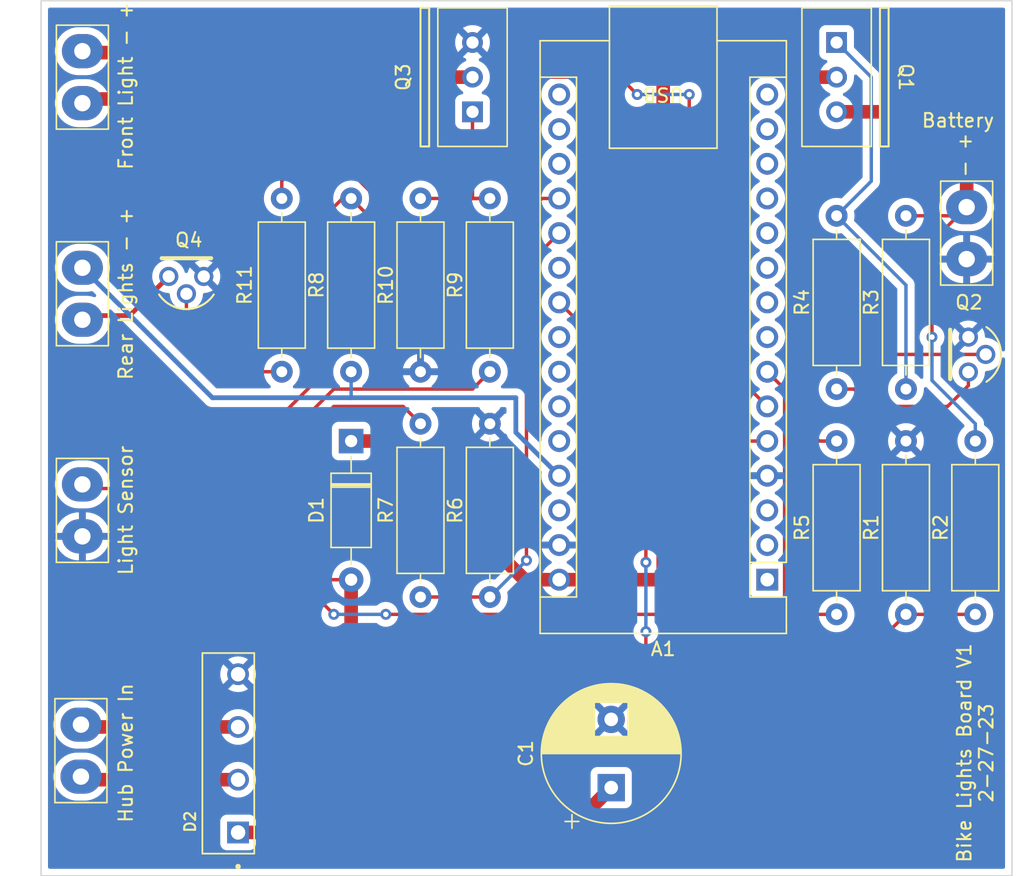
<source format=kicad_pcb>
(kicad_pcb (version 20211014) (generator pcbnew)
  (layers (0 "F.Cu" signal) (31 "B.Cu" signal) (34 "B.Paste" user) (35 "F.Paste" user) (36 "B.SilkS" user "B.Silkscreen") (37 "F.SilkS" user "F.Silkscreen") (38 "B.Mask" user) (39 "F.Mask" user) (44 "Edge.Cuts" user))
  (net 0 "")
  (net 4 "GND")
  (net 5 "Net-(A1-Pad5)")
  (net 6 "Net-(A1-Pad6)")
  (net 7 "Net-(A1-Pad7)")
  (net 19 "Net-(A1-Pad19)")
  (net 20 "Net-(A1-Pad20)")
  (net 22 "Net-(A1-Pad22)")
  (net 27 "Net-(A1-Pad27)")
  (net 29 "Net-(A1-Pad30)")
  (net 30 "Net-(C1-Pad1)")
  (net 31 "Net-(D2-Pad2)")
  (net 32 "Net-(D2-Pad3)")
  (net 33 "Net-(J1-Pad1)")
  (net 34 "Net-(J3-Pad2)")
  (net 35 "Net-(J4-Pad2)")
  (net 36 "Net-(Q1-Pad2)")
  (net 37 "Net-(Q2-Pad2)")
  (net 38 "Net-(Q2-Pad3)")
  (net 39 "Net-(Q3-Pad2)")
  (net 40 "Net-(Q4-Pad2)")
  (footprint "Resistor_THT:R_Axial_DIN0309_L9.0mm_D3.2mm_P12.70mm_Horizontal" (layer "F.Cu") (at 113.03 99.06 90)
    (fp_text reference "R8" (at 6.35 -2.54 90) (layer "F.SilkS"))
    (fp_text value "R")
    (pad "1" thru_hole circle (at 0 0 90) (size 1.6 1.6) (drill 0.8) (layers *.Cu *.Mask) (net 27 "Net-(A1-Pad27)"))
    (pad "2" thru_hole oval (at 12.7 0 90) (size 1.6 1.6) (drill 0.8) (layers *.Cu *.Mask) (net 19 "Net-(A1-Pad19)"))
  )
  (footprint "Resistor_THT:R_Axial_DIN0309_L9.0mm_D3.2mm_P12.70mm_Horizontal" (layer "F.Cu") (at 158.75 116.84 90)
    (fp_text reference "R2" (at 6.35 -2.54 90) (layer "F.SilkS"))
    (fp_text value "1k")
    (pad "1" thru_hole circle (at 0 0 90) (size 1.6 1.6) (drill 0.8) (layers *.Cu *.Mask) (net 22 "Net-(A1-Pad22)"))
    (pad "2" thru_hole oval (at 12.7 0 90) (size 1.6 1.6) (drill 0.8) (layers *.Cu *.Mask) (net 33 "Net-(J1-Pad1)"))
  )
  (footprint "Resistor_THT:R_Axial_DIN0309_L9.0mm_D3.2mm_P12.70mm_Horizontal" (layer "F.Cu") (at 123.19 99.06 90)
    (fp_text reference "R9" (at 6.35 -2.54 90) (layer "F.SilkS"))
    (fp_text value "5k")
    (pad "1" thru_hole circle (at 0 0 90) (size 1.6 1.6) (drill 0.8) (layers *.Cu *.Mask) (net 5 "Net-(A1-Pad5)"))
    (pad "2" thru_hole oval (at 12.7 0 90) (size 1.6 1.6) (drill 0.8) (layers *.Cu *.Mask) (net 39 "Net-(Q3-Pad2)"))
  )
  (footprint "Resistor_THT:R_Axial_DIN0309_L9.0mm_D3.2mm_P12.70mm_Horizontal" (layer "F.Cu") (at 107.95 99.06 90)
    (fp_text reference "R11" (at 6.35 -2.72 90) (layer "F.SilkS"))
    (fp_text value "1k")
    (pad "1" thru_hole circle (at 0 0 90) (size 1.6 1.6) (drill 0.8) (layers *.Cu *.Mask) (net 40 "Net-(Q4-Pad2)"))
    (pad "2" thru_hole oval (at 12.7 0 90) (size 1.6 1.6) (drill 0.8) (layers *.Cu *.Mask) (net 6 "Net-(A1-Pad6)"))
  )
  (footprint "Resistor_THT:R_Axial_DIN0309_L9.0mm_D3.2mm_P12.70mm_Horizontal" (layer "F.Cu") (at 153.67 104.14 -90)
    (fp_text reference "R1" (at 6.35 2.54 90) (layer "F.SilkS"))
    (fp_text value "100k")
    (pad "1" thru_hole circle (at 0 0 270) (size 1.6 1.6) (drill 0.8) (layers *.Cu *.Mask) (net 4 "GND"))
    (pad "2" thru_hole oval (at 12.7 0 270) (size 1.6 1.6) (drill 0.8) (layers *.Cu *.Mask) (net 22 "Net-(A1-Pad22)"))
  )
  (footprint "solder_pads:solder_holes_medium" (layer "F.Cu") (at 93.345 93.345 -90)
    (fp_text reference "J4" hide)
    (fp_text value "Rear Lights - +" (at 0 -3.175 90 unlocked) (layer "F.SilkS"))
    (pad "1" thru_hole oval (at -1.905 0 270) (size 2.5 3) (drill 1.2) (layers *.Cu *.Mask) (net 27 "Net-(A1-Pad27)"))
    (pad "2" thru_hole oval (at 1.905 0 270) (size 2.5 3) (drill 1.2) (layers *.Cu *.Mask) (net 35 "Net-(J4-Pad2)"))
  )
  (footprint "Diode_THT:D_A-405_P10.16mm_Horizontal" (layer "F.Cu") (at 113.03 104.14 -90)
    (fp_text reference "D1" (at 5.08 2.54 90) (layer "F.SilkS"))
    (fp_text value "DIODE")
    (pad "1" thru_hole rect (at 0 0 270) (size 1.8 1.8) (drill 0.9) (layers *.Cu *.Mask) (net 29 "Net-(A1-Pad30)"))
    (pad "2" thru_hole oval (at 10.16 0 270) (size 1.8 1.8) (drill 0.9) (layers *.Cu *.Mask) (net 30 "Net-(C1-Pad1)"))
  )
  (footprint "solder_pads:solder_holes_medium" (layer "F.Cu") (at 93.345 77.47 -90)
    (fp_text reference "J3" hide)
    (fp_text value "Front Light - +" (at 0.635 -3.175 90 unlocked) (layer "F.SilkS"))
    (pad "1" thru_hole oval (at -1.905 0 270) (size 2.5 3) (drill 1.2) (layers *.Cu *.Mask) (net 29 "Net-(A1-Pad30)"))
    (pad "2" thru_hole oval (at 1.905 0 270) (size 2.5 3) (drill 1.2) (layers *.Cu *.Mask) (net 34 "Net-(J3-Pad2)"))
  )
  (footprint "Resistor_THT:R_Axial_DIN0309_L9.0mm_D3.2mm_P12.70mm_Horizontal" (layer "F.Cu") (at 118.11 86.36 -90)
    (fp_text reference "R10" (at 6.35 2.54 90) (layer "F.SilkS"))
    (fp_text value "50k")
    (pad "1" thru_hole circle (at 0 0 270) (size 1.6 1.6) (drill 0.8) (layers *.Cu *.Mask) (net 39 "Net-(Q3-Pad2)"))
    (pad "2" thru_hole oval (at 12.7 0 270) (size 1.6 1.6) (drill 0.8) (layers *.Cu *.Mask) (net 4 "GND"))
  )
  (footprint "Capacitor_THT:CP_Radial_D10.0mm_P5.00mm" (layer "F.Cu") (at 132.08 129.54 90)
    (fp_text reference "C1" (at 2.5 -6.25 90) (layer "F.SilkS"))
    (fp_text value "1000uf 25v")
    (pad "1" thru_hole rect (at 0 0 90) (size 2 2) (drill 1) (layers *.Cu *.Mask) (net 30 "Net-(C1-Pad1)"))
    (pad "2" thru_hole circle (at 5 0 90) (size 2 2) (drill 1) (layers *.Cu *.Mask) (net 4 "GND"))
  )
  (footprint "mosfets:mosfet_p_type_RFP30N6LE" (layer "F.Cu") (at 148.59 77.47 -90)
    (fp_text reference "Q1" (at 0 -5.08 -90 unlocked) (layer "F.SilkS"))
    (fp_text value "IRF9540N")
    (pad "1" thru_hole circle (at 0 0 270) (size 1.524 1.524) (drill 0.9) (layers *.Cu *.Mask) (net 29 "Net-(A1-Pad30)"))
    (pad "2" thru_hole rect (at -2.54 0 270) (size 1.524 1.524) (drill 0.9) (layers *.Cu *.Mask) (net 36 "Net-(Q1-Pad2)"))
    (pad "3" thru_hole circle (at 2.54 0 270) (size 1.524 1.524) (drill 0.9) (layers *.Cu *.Mask) (net 33 "Net-(J1-Pad1)"))
  )
  (footprint "eec:ON_Semi-CASE_2911-0-0-0" (layer "F.Cu") (at 158.75 97.79 180)
    (fp_text reference "Q2" (at -0.635 3.81) (layer "F.SilkS") (effects (justify right)))
    (fp_text value "P2N2222A" hide)
    (pad "1" thru_hole circle locked (at 0.5075 1.27 180) (size 1.4 1.4) (drill 0.9) (layers *.Cu) (net 4 "GND"))
    (pad "2" thru_hole circle locked (at -0.7625 0 180) (size 1.4 1.4) (drill 0.9) (layers *.Cu) (net 37 "Net-(Q2-Pad2)"))
    (pad "3" thru_hole circle locked (at 0.5075 -1.295 180) (size 1.4 1.4) (drill 0.9) (layers *.Cu) (net 38 "Net-(Q2-Pad3)"))
  )
  (footprint "mosfets:mosfet_p_type_RFP30N6LE" (layer "F.Cu") (at 121.92 77.47 90)
    (fp_text reference "Q3" (at 0 -5.08 90 unlocked) (layer "F.SilkS"))
    (fp_text value "RFP30N06LE")
    (pad "1" thru_hole circle (at 0 0 90) (size 1.524 1.524) (drill 0.9) (layers *.Cu *.Mask) (net 34 "Net-(J3-Pad2)"))
    (pad "2" thru_hole rect (at -2.54 0 90) (size 1.524 1.524) (drill 0.9) (layers *.Cu *.Mask) (net 39 "Net-(Q3-Pad2)"))
    (pad "3" thru_hole circle (at 2.54 0 90) (size 1.524 1.524) (drill 0.9) (layers *.Cu *.Mask) (net 4 "GND"))
  )
  (footprint "Resistor_THT:R_Axial_DIN0309_L9.0mm_D3.2mm_P12.70mm_Horizontal" (layer "F.Cu") (at 118.11 115.57 90)
    (fp_text reference "R7" (at 6.35 -2.54 90) (layer "F.SilkS"))
    (fp_text value "1k")
    (pad "1" thru_hole circle (at 0 0 90) (size 1.6 1.6) (drill 0.8) (layers *.Cu *.Mask) (net 20 "Net-(A1-Pad20)"))
    (pad "2" thru_hole oval (at 12.7 0 90) (size 1.6 1.6) (drill 0.8) (layers *.Cu *.Mask) (net 30 "Net-(C1-Pad1)"))
  )
  (footprint "solder_pads:solder_holes_medium" (layer "F.Cu") (at 158.115 88.9 -90)
    (fp_text reference "J1" hide)
    (fp_text value "Battery" (at -8.255 0.635 unlocked) (layer "F.SilkS"))
    (pad "1" thru_hole oval (at -1.905 0 270) (size 2.5 3) (drill 1.2) (layers *.Cu *.Mask) (net 33 "Net-(J1-Pad1)"))
    (pad "2" thru_hole oval (at 1.905 0 270) (size 2.5 3) (drill 1.2) (layers *.Cu *.Mask) (net 4 "GND"))
  )
  (footprint "Resistor_THT:R_Axial_DIN0309_L9.0mm_D3.2mm_P12.70mm_Horizontal" (layer "F.Cu") (at 123.19 102.87 -90)
    (fp_text reference "R6" (at 6.35 2.54 90) (layer "F.SilkS"))
    (fp_text value "100k")
    (pad "1" thru_hole circle (at 0 0 270) (size 1.6 1.6) (drill 0.8) (layers *.Cu *.Mask) (net 4 "GND"))
    (pad "2" thru_hole oval (at 12.7 0 270) (size 1.6 1.6) (drill 0.8) (layers *.Cu *.Mask) (net 20 "Net-(A1-Pad20)"))
  )
  (footprint "solder_pads:solder_holes_medium" (layer "F.Cu") (at 93.345 109.22 -90)
    (fp_text reference "J2" hide)
    (fp_text value "Light Sensor" (at 0 -3.175 90 unlocked) (layer "F.SilkS"))
    (pad "1" thru_hole oval (at -1.905 0 270) (size 2.5 3) (drill 1.2) (layers *.Cu *.Mask) (net 19 "Net-(A1-Pad19)"))
    (pad "2" thru_hole oval (at 1.905 0 270) (size 2.5 3) (drill 1.2) (layers *.Cu *.Mask) (net 4 "GND"))
  )
  (footprint "Resistor_THT:R_Axial_DIN0309_L9.0mm_D3.2mm_P12.70mm_Horizontal" (layer "F.Cu") (at 148.59 87.63 -90)
    (fp_text reference "R4" (at 6.35 2.54 90) (layer "F.SilkS"))
    (fp_text value "10k")
    (pad "1" thru_hole circle (at 0 0 270) (size 1.6 1.6) (drill 0.8) (layers *.Cu *.Mask) (net 36 "Net-(Q1-Pad2)"))
    (pad "2" thru_hole oval (at 12.7 0 270) (size 1.6 1.6) (drill 0.8) (layers *.Cu *.Mask) (net 38 "Net-(Q2-Pad3)"))
  )
  (footprint "KBC206:SIP380W81P386L1470H1270Q4" (layer "F.Cu") (at 104.74825 132.825 90)
    (fp_text reference "D2" (at 0.79 -3.508 90) (layer "F.SilkS") (effects (font (size 0.8 0.8))))
    (fp_text value "KBP206")
    (pad "1" thru_hole rect (at 0 0 90) (size 1.59 1.59) (drill 1.06) (layers *.Cu *.Mask) (net 30 "Net-(C1-Pad1)"))
    (pad "2" thru_hole circle (at 3.865 0 90) (size 1.59 1.59) (drill 1.06) (layers *.Cu *.Mask) (net 31 "Net-(D2-Pad2)"))
    (pad "3" thru_hole circle (at 7.73 0 90) (size 1.59 1.59) (drill 1.06) (layers *.Cu *.Mask) (net 32 "Net-(D2-Pad3)"))
    (pad "4" thru_hole circle (at 11.595 0 90) (size 1.59 1.59) (drill 1.06) (layers *.Cu *.Mask) (net 4 "GND"))
  )
  (footprint "Module:Arduino_Nano" (layer "F.Cu") (at 143.51 114.3 180)
    (fp_text reference "A1" (at 7.62 -5.08) (layer "F.SilkS"))
    (fp_text value "Arduino_Nano_Every")
    (fp_text user "USB" (at 7.62 35.56 180 unlocked) (layer "F.SilkS"))
    (pad "1" thru_hole rect (at 0 0 180) (size 1.6 1.6) (drill 1) (layers *.Cu *.Mask))
    (pad "2" thru_hole oval (at 0 2.54 180) (size 1.6 1.6) (drill 1) (layers *.Cu *.Mask))
    (pad "3" thru_hole oval (at 0 5.08 180) (size 1.6 1.6) (drill 1) (layers *.Cu *.Mask))
    (pad "4" thru_hole oval (at 0 7.62 180) (size 1.6 1.6) (drill 1) (layers *.Cu *.Mask) (net 4 "GND"))
    (pad "5" thru_hole oval (at 0 10.16 180) (size 1.6 1.6) (drill 1) (layers *.Cu *.Mask) (net 5 "Net-(A1-Pad5)"))
    (pad "6" thru_hole oval (at 0 12.7 180) (size 1.6 1.6) (drill 1) (layers *.Cu *.Mask) (net 6 "Net-(A1-Pad6)"))
    (pad "7" thru_hole oval (at 0 15.24 180) (size 1.6 1.6) (drill 1) (layers *.Cu *.Mask) (net 7 "Net-(A1-Pad7)"))
    (pad "8" thru_hole oval (at 0 17.78 180) (size 1.6 1.6) (drill 1) (layers *.Cu *.Mask))
    (pad "9" thru_hole oval (at 0 20.32 180) (size 1.6 1.6) (drill 1) (layers *.Cu *.Mask))
    (pad "10" thru_hole oval (at 0 22.86 180) (size 1.6 1.6) (drill 1) (layers *.Cu *.Mask))
    (pad "11" thru_hole oval (at 0 25.4 180) (size 1.6 1.6) (drill 1) (layers *.Cu *.Mask))
    (pad "12" thru_hole oval (at 0 27.94 180) (size 1.6 1.6) (drill 1) (layers *.Cu *.Mask))
    (pad "13" thru_hole oval (at 0 30.48 180) (size 1.6 1.6) (drill 1) (layers *.Cu *.Mask))
    (pad "14" thru_hole oval (at 0 33.02 180) (size 1.6 1.6) (drill 1) (layers *.Cu *.Mask))
    (pad "15" thru_hole oval (at 0 35.56 180) (size 1.6 1.6) (drill 1) (layers *.Cu *.Mask))
    (pad "16" thru_hole oval (at 15.24 35.56 180) (size 1.6 1.6) (drill 1) (layers *.Cu *.Mask))
    (pad "17" thru_hole oval (at 15.24 33.02 180) (size 1.6 1.6) (drill 1) (layers *.Cu *.Mask))
    (pad "18" thru_hole oval (at 15.24 30.48 180) (size 1.6 1.6) (drill 1) (layers *.Cu *.Mask))
    (pad "19" thru_hole oval (at 15.24 27.94 180) (size 1.6 1.6) (drill 1) (layers *.Cu *.Mask) (net 19 "Net-(A1-Pad19)"))
    (pad "20" thru_hole oval (at 15.24 25.4 180) (size 1.6 1.6) (drill 1) (layers *.Cu *.Mask) (net 20 "Net-(A1-Pad20)"))
    (pad "21" thru_hole oval (at 15.24 22.86 180) (size 1.6 1.6) (drill 1) (layers *.Cu *.Mask))
    (pad "22" thru_hole oval (at 15.24 20.32 180) (size 1.6 1.6) (drill 1) (layers *.Cu *.Mask) (net 22 "Net-(A1-Pad22)"))
    (pad "23" thru_hole oval (at 15.24 17.78 180) (size 1.6 1.6) (drill 1) (layers *.Cu *.Mask))
    (pad "24" thru_hole oval (at 15.24 15.24 180) (size 1.6 1.6) (drill 1) (layers *.Cu *.Mask))
    (pad "25" thru_hole oval (at 15.24 12.7 180) (size 1.6 1.6) (drill 1) (layers *.Cu *.Mask))
    (pad "26" thru_hole oval (at 15.24 10.16 180) (size 1.6 1.6) (drill 1) (layers *.Cu *.Mask))
    (pad "27" thru_hole oval (at 15.24 7.62 180) (size 1.6 1.6) (drill 1) (layers *.Cu *.Mask) (net 27 "Net-(A1-Pad27)"))
    (pad "28" thru_hole oval (at 15.24 5.08 180) (size 1.6 1.6) (drill 1) (layers *.Cu *.Mask))
    (pad "29" thru_hole oval (at 15.24 2.54 180) (size 1.6 1.6) (drill 1) (layers *.Cu *.Mask) (net 4 "GND"))
    (pad "30" thru_hole oval (at 15.24 0 180) (size 1.6 1.6) (drill 1) (layers *.Cu *.Mask) (net 29 "Net-(A1-Pad30)"))
  )
  (footprint "eec:ON_Semi-CASE_2911-0-0-0" (layer "F.Cu") (at 100.965 92.5825 90)
    (fp_text reference "Q4" (at 3.175 1.27) (layer "F.SilkS") (effects (justify right)))
    (fp_text value "P2N2222A" hide)
    (pad "1" thru_hole circle locked (at 0.5075 1.27 90) (size 1.4 1.4) (drill 0.9) (layers *.Cu) (net 4 "GND"))
    (pad "2" thru_hole circle locked (at -0.7625 0 90) (size 1.4 1.4) (drill 0.9) (layers *.Cu) (net 40 "Net-(Q4-Pad2)"))
    (pad "3" thru_hole circle locked (at 0.5075 -1.295 90) (size 1.4 1.4) (drill 0.9) (layers *.Cu) (net 35 "Net-(J4-Pad2)"))
  )
  (footprint "solder_pads:solder_holes_medium" (layer "F.Cu") (at 93.23825 126.8285 -90)
    (fp_text reference "J5" hide)
    (fp_text value "Hub Power In" (at 0.1715 -3.28175 90 unlocked) (layer "F.SilkS"))
    (pad "1" thru_hole oval (at -1.905 0 270) (size 2.5 3) (drill 1.2) (layers *.Cu *.Mask) (net 32 "Net-(D2-Pad3)"))
    (pad "2" thru_hole oval (at 1.905 0 270) (size 2.5 3) (drill 1.2) (layers *.Cu *.Mask) (net 31 "Net-(D2-Pad2)"))
  )
  (footprint "Resistor_THT:R_Axial_DIN0309_L9.0mm_D3.2mm_P12.70mm_Horizontal" (layer "F.Cu") (at 148.59 104.14 -90)
    (fp_text reference "R5" (at 6.35 2.54 90) (layer "F.SilkS"))
    (fp_text value "1k")
    (pad "1" thru_hole circle (at 0 0 270) (size 1.6 1.6) (drill 0.8) (layers *.Cu *.Mask) (net 37 "Net-(Q2-Pad2)"))
    (pad "2" thru_hole oval (at 12.7 0 270) (size 1.6 1.6) (drill 0.8) (layers *.Cu *.Mask) (net 7 "Net-(A1-Pad7)"))
  )
  (footprint "Resistor_THT:R_Axial_DIN0309_L9.0mm_D3.2mm_P12.70mm_Horizontal" (layer "F.Cu") (at 153.67 87.63 -90)
    (fp_text reference "R3" (at 6.35 2.54 90) (layer "F.SilkS"))
    (fp_text value "50k")
    (pad "1" thru_hole circle (at 0 0 270) (size 1.6 1.6) (drill 0.8) (layers *.Cu *.Mask) (net 33 "Net-(J1-Pad1)"))
    (pad "2" thru_hole oval (at 12.7 0 270) (size 1.6 1.6) (drill 0.8) (layers *.Cu *.Mask) (net 36 "Net-(Q1-Pad2)"))
  )
  (gr_rect (start 118.745 72.39) (end 118.11 82.55) (layer "F.SilkS") (width 0.15) (fill none))
  (gr_rect (start 151.765 72.39) (end 152.4 82.55) (layer "F.SilkS") (width 0.15) (fill none))
  (gr_rect (start 90.318 71.865) (end 161.438 136) (layer "Edge.Cuts") (width 0.1) (fill none))
  (gr_text "+ -" (at 158.115 83.185 270) (layer "F.SilkS") (effects (font (size 1 1))))
  (gr_text "Bike Lights Board V1\n2-27-23" (at 158.75 127 90) (layer "F.SilkS") (effects (font (size 1 1))))
  (segment (start 143.51 104.14) (end 137.16 104.14) (width 0.25) (layer "F.Cu") (net 5))
  (segment (start 121.92 100.33) (end 123.19 99.06) (width 0.25) (layer "F.Cu") (net 5))
  (segment (start 111.76 100.33) (end 121.92 100.33) (width 0.25) (layer "F.Cu") (net 5))
  (segment (start 111.76 116.84) (end 109.22 114.3) (width 0.25) (layer "F.Cu") (net 5))
  (segment (start 109.22 102.87) (end 111.76 100.33) (width 0.25) (layer "F.Cu") (net 5))
  (segment (start 109.22 114.3) (end 109.22 102.87) (width 0.25) (layer "F.Cu") (net 5))
  (segment (start 137.16 104.14) (end 137.16 116.84) (width 0.25) (layer "F.Cu") (net 5))
  (segment (start 137.16 116.84) (end 115.57 116.84) (width 0.25) (layer "F.Cu") (net 5))
  (via (at 115.57 116.84) (size 0.8) (drill 0.4) (layers "F.Cu" "B.Cu") (net 5))
  (via (at 111.76 116.84) (size 0.8) (drill 0.4) (layers "F.Cu" "B.Cu") (net 5))
  (segment (start 115.57 116.84) (end 111.76 116.84) (width 0.25) (layer "B.Cu") (net 5))
  (segment (start 137.795 95.885) (end 137.795 78.74) (width 0.25) (layer "F.Cu") (net 6))
  (segment (start 107.95 85.09) (end 107.95 86.36) (width 0.25) (layer "F.Cu") (net 6))
  (segment (start 109.22 83.82) (end 107.95 85.09) (width 0.25) (layer "F.Cu") (net 6))
  (segment (start 125.095 86.995) (end 123.19 88.9) (width 0.25) (layer "F.Cu") (net 6))
  (segment (start 123.19 88.9) (end 117.475 88.9) (width 0.25) (layer "F.Cu") (net 6))
  (segment (start 133.985 78.74) (end 132.715 77.47) (width 0.25) (layer "F.Cu") (net 6))
  (segment (start 143.51 101.6) (end 137.795 95.885) (width 0.25) (layer "F.Cu") (net 6))
  (segment (start 125.73 77.47) (end 125.095 78.105) (width 0.25) (layer "F.Cu") (net 6))
  (segment (start 125.095 78.105) (end 125.095 86.995) (width 0.25) (layer "F.Cu") (net 6))
  (segment (start 117.475 88.9) (end 112.395 83.82) (width 0.25) (layer "F.Cu") (net 6))
  (segment (start 132.715 77.47) (end 125.73 77.47) (width 0.25) (layer "F.Cu") (net 6))
  (segment (start 112.395 83.82) (end 109.22 83.82) (width 0.25) (layer "F.Cu") (net 6))
  (via (at 133.985 78.74) (size 0.8) (drill 0.4) (layers "F.Cu" "B.Cu") (net 6))
  (via (at 137.795 78.74) (size 0.8) (drill 0.4) (layers "F.Cu" "B.Cu") (net 6))
  (segment (start 137.795 78.74) (end 133.985 78.74) (width 0.25) (layer "B.Cu") (net 6))
  (segment (start 144.78 100.33) (end 143.51 99.06) (width 0.25) (layer "F.Cu") (net 7))
  (segment (start 148.59 116.84) (end 146.05 116.84) (width 0.25) (layer "F.Cu") (net 7))
  (segment (start 144.78 115.57) (end 144.78 100.33) (width 0.25) (layer "F.Cu") (net 7))
  (segment (start 146.05 116.84) (end 144.78 115.57) (width 0.25) (layer "F.Cu") (net 7))
  (segment (start 112.395 86.36) (end 113.03 86.36) (width 0.25) (layer "F.Cu") (net 19))
  (segment (start 127 86.36) (end 123.19 90.17) (width 0.25) (layer "F.Cu") (net 19))
  (segment (start 111.76 98.425) (end 102.565 107.62) (width 0.25) (layer "F.Cu") (net 19))
  (segment (start 111.76 98.425) (end 111.76 86.995) (width 0.25) (layer "F.Cu") (net 19))
  (segment (start 116.84 90.17) (end 113.03 86.36) (width 0.25) (layer "F.Cu") (net 19))
  (segment (start 123.19 90.17) (end 116.84 90.17) (width 0.25) (layer "F.Cu") (net 19))
  (segment (start 127 86.36) (end 128.27 86.36) (width 0.25) (layer "F.Cu") (net 19))
  (segment (start 111.76 86.995) (end 112.395 86.36) (width 0.25) (layer "F.Cu") (net 19))
  (segment (start 102.565 107.62) (end 93.345 107.62) (width 0.25) (layer "F.Cu") (net 19))
  (segment (start 125.872464 91.297536) (end 128.27 88.9) (width 0.25) (layer "F.Cu") (net 20))
  (segment (start 118.11 115.57) (end 123.19 115.57) (width 0.25) (layer "F.Cu") (net 20))
  (segment (start 125.872464 112.887536) (end 125.872464 91.297536) (width 0.25) (layer "F.Cu") (net 20))
  (via (at 125.872464 112.887536) (size 0.8) (drill 0.4) (layers "F.Cu" "B.Cu") (net 20))
  (segment (start 125.872464 112.887536) (end 123.19 115.57) (width 0.25) (layer "B.Cu") (net 20))
  (segment (start 151.13 119.38) (end 153.67 116.84) (width 0.25) (layer "F.Cu") (net 22))
  (segment (start 134.62 118.11) (end 134.62 119.38) (width 0.25) (layer "F.Cu") (net 22))
  (segment (start 134.62 119.38) (end 151.13 119.38) (width 0.25) (layer "F.Cu") (net 22))
  (segment (start 134.62 100.33) (end 128.27 93.98) (width 0.25) (layer "F.Cu") (net 22))
  (segment (start 134.62 113.03) (end 134.62 100.33) (width 0.25) (layer "F.Cu") (net 22))
  (segment (start 158.75 116.84) (end 153.67 116.84) (width 0.25) (layer "F.Cu") (net 22))
  (via (at 134.62 113.03) (size 0.8) (drill 0.4) (layers "F.Cu" "B.Cu") (net 22))
  (via (at 134.62 118.11) (size 0.8) (drill 0.4) (layers "F.Cu" "B.Cu") (net 22))
  (segment (start 134.62 118.11) (end 134.62 113.03) (width 0.25) (layer "B.Cu") (net 22))
  (segment (start 102.87 100.965) (end 93.345 91.44) (width 0.35) (layer "B.Cu") (net 27))
  (segment (start 113.03 100.965) (end 102.87 100.965) (width 0.35) (layer "B.Cu") (net 27))
  (segment (start 125.095 100.965) (end 113.03 100.965) (width 0.35) (layer "B.Cu") (net 27))
  (segment (start 128.27 106.68) (end 125.095 103.505) (width 0.35) (layer "B.Cu") (net 27))
  (segment (start 125.095 103.505) (end 125.095 100.965) (width 0.35) (layer "B.Cu") (net 27))
  (segment (start 113.03 100.965) (end 113.03 99.06) (width 0.25) (layer "B.Cu") (net 27))
  (segment (start 135.89 74.93) (end 146.05 74.93) (width 1) (layer "F.Cu") (net 29))
  (segment (start 115.57 104.14) (end 125.73 114.3) (width 1) (layer "F.Cu") (net 29))
  (segment (start 135.89 114.3) (end 128.27 114.3) (width 1) (layer "F.Cu") (net 29))
  (segment (start 113.03 104.14) (end 115.57 104.14) (width 1) (layer "F.Cu") (net 29))
  (segment (start 146.05 77.47) (end 148.59 77.47) (width 1) (layer "F.Cu") (net 29))
  (segment (start 93.545 75.67) (end 93.345 75.87) (width 1) (layer "F.Cu") (net 29))
  (segment (start 123.825 73.025) (end 119.38 73.025) (width 1) (layer "F.Cu") (net 29))
  (segment (start 116.735 75.67) (end 93.545 75.67) (width 1) (layer "F.Cu") (net 29))
  (segment (start 125.73 74.93) (end 123.825 73.025) (width 1) (layer "F.Cu") (net 29))
  (segment (start 135.89 74.93) (end 135.89 114.3) (width 1) (layer "F.Cu") (net 29))
  (segment (start 146.05 74.93) (end 146.05 77.47) (width 1) (layer "F.Cu") (net 29))
  (segment (start 135.89 74.93) (end 125.73 74.93) (width 1) (layer "F.Cu") (net 29))
  (segment (start 119.38 73.025) (end 116.735 75.67) (width 1) (layer "F.Cu") (net 29))
  (segment (start 125.73 114.3) (end 128.27 114.3) (width 1) (layer "F.Cu") (net 29))
  (segment (start 113.775 132.825) (end 113.03 132.08) (width 1) (layer "F.Cu") (net 30))
  (segment (start 113.03 132.08) (end 113.03 114.3) (width 1) (layer "F.Cu") (net 30))
  (segment (start 110.49 114.3) (end 110.49 102.87) (width 0.25) (layer "F.Cu") (net 30))
  (segment (start 111.76 101.6) (end 116.84 101.6) (width 0.25) (layer "F.Cu") (net 30))
  (segment (start 104.74825 132.825) (end 113.775 132.825) (width 1) (layer "F.Cu") (net 30))
  (segment (start 128.795 132.825) (end 132.08 129.54) (width 1) (layer "F.Cu") (net 30))
  (segment (start 113.03 114.3) (end 110.49 114.3) (width 0.25) (layer "F.Cu") (net 30))
  (segment (start 116.84 101.6) (end 118.11 102.87) (width 0.25) (layer "F.Cu") (net 30))
  (segment (start 110.49 102.87) (end 111.76 101.6) (width 0.25) (layer "F.Cu") (net 30))
  (segment (start 113.775 132.825) (end 128.795 132.825) (width 1) (layer "F.Cu") (net 30))
  (segment (start 104.74825 128.96) (end 93.46475 128.96) (width 1) (layer "F.Cu") (net 31))
  (segment (start 93.76975 128.96) (end 93.23825 128.4285) (width 1) (layer "F.Cu") (net 31))
  (segment (start 92.60325 128.7335) (end 92.82975 128.96) (width 1) (layer "F.Cu") (net 31))
  (segment (start 93.46475 128.96) (end 93.23825 128.7335) (width 1) (layer "F.Cu") (net 31))
  (segment (start 104.70975 125.1335) (end 104.74825 125.095) (width 1) (layer "F.Cu") (net 32))
  (segment (start 93.40975 125.095) (end 93.23825 124.9235) (width 1) (layer "F.Cu") (net 32))
  (segment (start 93.37175 125.095) (end 93.23825 125.2285) (width 1) (layer "F.Cu") (net 32))
  (segment (start 104.74825 125.095) (end 93.40975 125.095) (width 1) (layer "F.Cu") (net 32))
  (segment (start 148.59 80.01) (end 153.67 80.01) (width 1) (layer "F.Cu") (net 33))
  (segment (start 155.575 89.535) (end 158.115 86.995) (width 0.25) (layer "F.Cu") (net 33))
  (segment (start 158.115 84.455) (end 158.115 87.3) (width 1) (layer "F.Cu") (net 33))
  (segment (start 153.67 80.01) (end 158.115 84.455) (width 1) (layer "F.Cu") (net 33))
  (segment (start 157.785 87.63) (end 158.115 87.3) (width 0.25) (layer "F.Cu") (net 33))
  (segment (start 153.67 87.63) (end 157.785 87.63) (width 0.25) (layer "F.Cu") (net 33))
  (segment (start 155.575 96.52) (end 155.575 89.535) (width 0.25) (layer "F.Cu") (net 33))
  (via (at 155.575 96.52) (size 0.8) (drill 0.4) (layers "F.Cu" "B.Cu") (net 33))
  (segment (start 158.75 104.14) (end 158.75 102.87) (width 0.25) (layer "B.Cu") (net 33))
  (segment (start 158.75 102.87) (end 155.575 99.695) (width 0.25) (layer "B.Cu") (net 33))
  (segment (start 155.575 99.695) (end 155.575 96.52) (width 0.25) (layer "B.Cu") (net 33))
  (segment (start 119.38 77.47) (end 121.92 77.47) (width 1) (layer "F.Cu") (net 34))
  (segment (start 93.345 79.07) (end 117.78 79.07) (width 1) (layer "F.Cu") (net 34))
  (segment (start 117.78 79.07) (end 119.38 77.47) (width 1) (layer "F.Cu") (net 34))
  (segment (start 96.8 94.945) (end 93.345 94.945) (width 0.35) (layer "F.Cu") (net 35))
  (segment (start 99.67 92.075) (end 96.8 94.945) (width 0.35) (layer "F.Cu") (net 35))
  (segment (start 153.67 92.71) (end 148.59 87.63) (width 0.25) (layer "B.Cu") (net 36))
  (segment (start 148.59 87.63) (end 151.13 85.09) (width 0.25) (layer "B.Cu") (net 36))
  (segment (start 153.67 100.33) (end 153.67 92.71) (width 0.25) (layer "B.Cu") (net 36))
  (segment (start 151.13 77.47) (end 148.59 74.93) (width 0.25) (layer "B.Cu") (net 36))
  (segment (start 151.13 85.09) (end 151.13 77.47) (width 0.25) (layer "B.Cu") (net 36))
  (segment (start 148.59 104.14) (end 147.32 104.14) (width 0.25) (layer "F.Cu") (net 37))
  (segment (start 146.05 102.87) (end 146.05 100.33) (width 0.25) (layer "F.Cu") (net 37))
  (segment (start 147.32 104.14) (end 146.05 102.87) (width 0.25) (layer "F.Cu") (net 37))
  (segment (start 148.59 97.79) (end 159.5125 97.79) (width 0.25) (layer "F.Cu") (net 37))
  (segment (start 146.05 100.33) (end 148.59 97.79) (width 0.25) (layer "F.Cu") (net 37))
  (segment (start 158.2425 100.075) (end 158.2425 99.085) (width 0.25) (layer "F.Cu") (net 38))
  (segment (start 156.7175 101.6) (end 158.2425 100.075) (width 0.25) (layer "F.Cu") (net 38))
  (segment (start 151.13 101.6) (end 156.7175 101.6) (width 0.25) (layer "F.Cu") (net 38))
  (segment (start 148.59 100.33) (end 149.86 100.33) (width 0.25) (layer "F.Cu") (net 38))
  (segment (start 149.86 100.33) (end 151.13 101.6) (width 0.25) (layer "F.Cu") (net 38))
  (segment (start 123.19 86.36) (end 118.11 86.36) (width 0.25) (layer "F.Cu") (net 39))
  (segment (start 121.92 80.01) (end 121.92 86.36) (width 0.25) (layer "F.Cu") (net 39))
  (segment (start 121.92 86.36) (end 123.19 86.36) (width 0.25) (layer "F.Cu") (net 39))
  (segment (start 105.41 99.06) (end 100.965 94.615) (width 0.25) (layer "F.Cu") (net 40))
  (segment (start 100.965 94.615) (end 100.965 93.345) (width 0.25) (layer "F.Cu") (net 40))
  (segment (start 107.95 99.06) (end 105.41 99.06) (width 0.25) (layer "F.Cu") (net 40))
  (zone (net 4) (net_name "GND") (layer "B.Cu") (connect_pads (clearance 0.508)) (min_thickness 0.254) (fill yes (thermal_gap 0.508) (thermal_bridge_width 0.508))
    (polygon (pts (xy 161.438 136) (xy 90.318 136) (xy 90.318 71.865) (xy 161.438 71.865)))
  )
)
</source>
